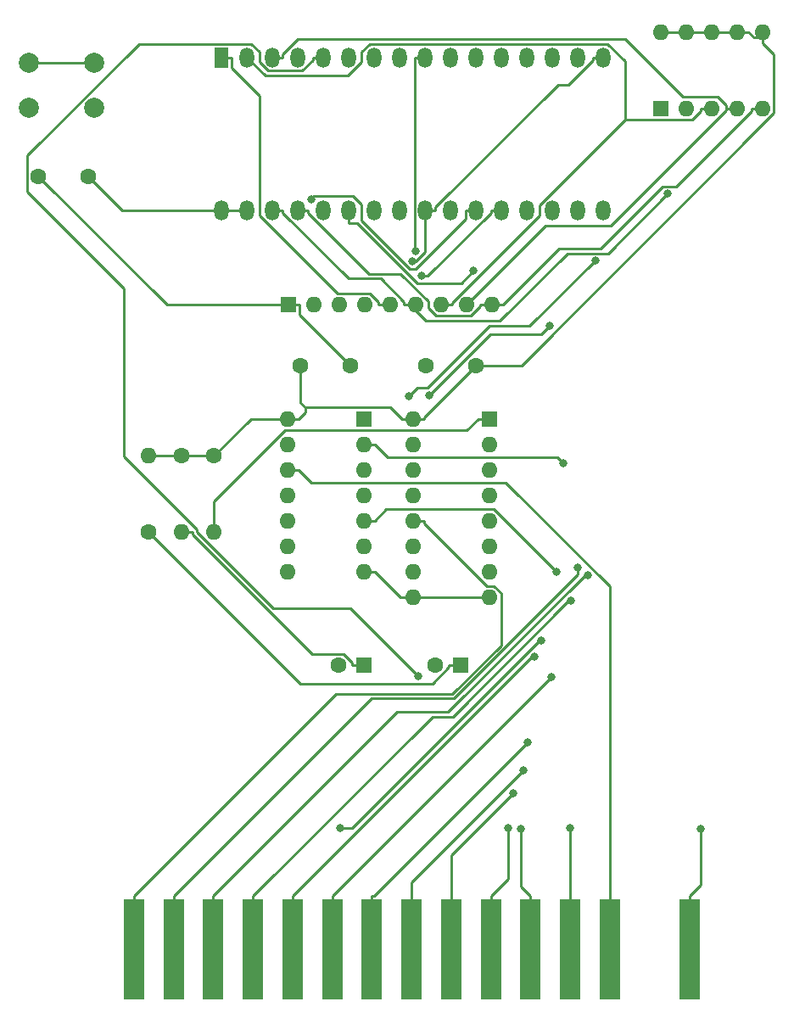
<source format=gbr>
G04 #@! TF.GenerationSoftware,KiCad,Pcbnew,7.0.10*
G04 #@! TF.CreationDate,2024-01-02T22:15:01+01:00*
G04 #@! TF.ProjectId,p2000t-multicartridge-zif,70323030-3074-42d6-9d75-6c7469636172,rev?*
G04 #@! TF.SameCoordinates,Original*
G04 #@! TF.FileFunction,Copper,L2,Bot*
G04 #@! TF.FilePolarity,Positive*
%FSLAX46Y46*%
G04 Gerber Fmt 4.6, Leading zero omitted, Abs format (unit mm)*
G04 Created by KiCad (PCBNEW 7.0.10) date 2024-01-02 22:15:01*
%MOMM*%
%LPD*%
G01*
G04 APERTURE LIST*
G04 #@! TA.AperFunction,ComponentPad*
%ADD10C,2.000000*%
G04 #@! TD*
G04 #@! TA.AperFunction,ComponentPad*
%ADD11R,1.600000X1.600000*%
G04 #@! TD*
G04 #@! TA.AperFunction,ComponentPad*
%ADD12O,1.600000X1.600000*%
G04 #@! TD*
G04 #@! TA.AperFunction,ComponentPad*
%ADD13C,1.600000*%
G04 #@! TD*
G04 #@! TA.AperFunction,SMDPad,CuDef*
%ADD14R,2.000000X10.000000*%
G04 #@! TD*
G04 #@! TA.AperFunction,ComponentPad*
%ADD15R,1.440000X2.000000*%
G04 #@! TD*
G04 #@! TA.AperFunction,ComponentPad*
%ADD16O,1.440000X2.000000*%
G04 #@! TD*
G04 #@! TA.AperFunction,ViaPad*
%ADD17C,0.800000*%
G04 #@! TD*
G04 #@! TA.AperFunction,Conductor*
%ADD18C,0.250000*%
G04 #@! TD*
G04 APERTURE END LIST*
D10*
X44997000Y-50695000D03*
X51497000Y-50695000D03*
X44997000Y-55195000D03*
X51497000Y-55195000D03*
D11*
X108077000Y-55245000D03*
D12*
X110617000Y-55245000D03*
X113157000Y-55245000D03*
X115697000Y-55245000D03*
X118237000Y-55245000D03*
X118237000Y-47625000D03*
X115697000Y-47625000D03*
X113157000Y-47625000D03*
X110617000Y-47625000D03*
X108077000Y-47625000D03*
D11*
X78421000Y-86237000D03*
D12*
X78421000Y-88777000D03*
X78421000Y-91317000D03*
X78421000Y-93857000D03*
X78421000Y-96397000D03*
X78421000Y-98937000D03*
X78421000Y-101477000D03*
X70801000Y-101477000D03*
X70801000Y-98937000D03*
X70801000Y-96397000D03*
X70801000Y-93857000D03*
X70801000Y-91317000D03*
X70801000Y-88777000D03*
X70801000Y-86237000D03*
D13*
X72071000Y-80903000D03*
X77071000Y-80903000D03*
X50947000Y-62045000D03*
X45947000Y-62045000D03*
D11*
X90947000Y-86245000D03*
D12*
X90947000Y-88785000D03*
X90947000Y-91325000D03*
X90947000Y-93865000D03*
X90947000Y-96405000D03*
X90947000Y-98945000D03*
X90947000Y-101485000D03*
X90947000Y-104025000D03*
X83327000Y-104025000D03*
X83327000Y-101485000D03*
X83327000Y-98945000D03*
X83327000Y-96405000D03*
X83327000Y-93865000D03*
X83327000Y-91325000D03*
X83327000Y-88785000D03*
X83327000Y-86245000D03*
D11*
X78397000Y-110845000D03*
D13*
X75897000Y-110845000D03*
X89597000Y-80945000D03*
X84597000Y-80945000D03*
X63447000Y-89935000D03*
D12*
X63447000Y-97555000D03*
D13*
X60197000Y-89935000D03*
D12*
X60197000Y-97555000D03*
D13*
X56897000Y-97525000D03*
D12*
X56897000Y-89905000D03*
D14*
X55465000Y-139192000D03*
X59425000Y-139192000D03*
X63385000Y-139192000D03*
X67345000Y-139192000D03*
X71305000Y-139192000D03*
X75265000Y-139192000D03*
X79225000Y-139192000D03*
X83185000Y-139192000D03*
X87145000Y-139192000D03*
X91105000Y-139192000D03*
X95065000Y-139192000D03*
X99025000Y-139192000D03*
X102985000Y-139192000D03*
X110905000Y-139192000D03*
D11*
X88043000Y-110803000D03*
D13*
X85543000Y-110803000D03*
D11*
X70872000Y-74845000D03*
D12*
X73412000Y-74845000D03*
X75952000Y-74845000D03*
X78492000Y-74845000D03*
X81032000Y-74845000D03*
X83572000Y-74845000D03*
X86112000Y-74845000D03*
X88652000Y-74845000D03*
X91192000Y-74845000D03*
D15*
X64207000Y-50152500D03*
D16*
X66747000Y-50152500D03*
X69287000Y-50152500D03*
X71827000Y-50152500D03*
X74367000Y-50152500D03*
X76907000Y-50152500D03*
X79447000Y-50152500D03*
X81987000Y-50152500D03*
X84527000Y-50152500D03*
X87067000Y-50152500D03*
X89607000Y-50152500D03*
X92147000Y-50152500D03*
X94687000Y-50152500D03*
X97227000Y-50152500D03*
X99767000Y-50152500D03*
X102307000Y-50152500D03*
X102307000Y-65392500D03*
X99767000Y-65392500D03*
X97227000Y-65392500D03*
X94687000Y-65392500D03*
X92147000Y-65392500D03*
X89607000Y-65392500D03*
X87067000Y-65392500D03*
X84527000Y-65392500D03*
X81987000Y-65392500D03*
X79447000Y-65392500D03*
X76907000Y-65392500D03*
X74367000Y-65392500D03*
X71827000Y-65392500D03*
X69287000Y-65392500D03*
X66747000Y-65392500D03*
X64207000Y-65392500D03*
D17*
X73173600Y-64290300D03*
X108750200Y-63771800D03*
X98994900Y-127099100D03*
X98357900Y-90661700D03*
X97617000Y-101482600D03*
X99781000Y-101106200D03*
X100784500Y-101813900D03*
X99107100Y-104411800D03*
X95452900Y-109944000D03*
X97148900Y-111982800D03*
X94804900Y-118551000D03*
X94344700Y-121316100D03*
X93297100Y-123584400D03*
X89392400Y-71474600D03*
X92862600Y-127089200D03*
X94100700Y-127117400D03*
X83871200Y-111948800D03*
X83559200Y-69504400D03*
X96157600Y-108320700D03*
X76081100Y-127082400D03*
X84174500Y-71982900D03*
X96998600Y-76909700D03*
X84930700Y-83921900D03*
X101514500Y-70437900D03*
X82926900Y-83971200D03*
X112040000Y-127126500D03*
X83281300Y-70504800D03*
D18*
X88696400Y-87370300D02*
X89821700Y-86245000D01*
X70586600Y-87370300D02*
X88696400Y-87370300D01*
X63447000Y-94509900D02*
X70586600Y-87370300D01*
X63447000Y-97555000D02*
X63447000Y-94509900D01*
X90947000Y-86245000D02*
X89821700Y-86245000D01*
X88043000Y-110803000D02*
X86917700Y-110803000D01*
X86917700Y-111019800D02*
X86917700Y-110803000D01*
X85263400Y-112674100D02*
X86917700Y-111019800D01*
X72046100Y-112674100D02*
X85263400Y-112674100D01*
X56897000Y-97525000D02*
X72046100Y-112674100D01*
X60197000Y-97555000D02*
X61322300Y-97555000D01*
X78397000Y-110845000D02*
X77271700Y-110845000D01*
X77271700Y-110563600D02*
X77271700Y-110845000D01*
X76427800Y-109719700D02*
X77271700Y-110563600D01*
X73248200Y-109719700D02*
X76427800Y-109719700D01*
X61322300Y-97793800D02*
X73248200Y-109719700D01*
X61322300Y-97555000D02*
X61322300Y-97793800D01*
X55465000Y-139192000D02*
X55465000Y-133866700D01*
X83327000Y-96405000D02*
X84452300Y-96405000D01*
X75645300Y-113686400D02*
X55465000Y-133866700D01*
X87246200Y-113686400D02*
X75645300Y-113686400D01*
X92106200Y-108826400D02*
X87246200Y-113686400D01*
X92106200Y-103582900D02*
X92106200Y-108826400D01*
X91422900Y-102899600D02*
X92106200Y-103582900D01*
X90665600Y-102899600D02*
X91422900Y-102899600D01*
X84452300Y-96686300D02*
X90665600Y-102899600D01*
X84452300Y-96405000D02*
X84452300Y-96686300D01*
X73444700Y-64019200D02*
X73173600Y-64290300D01*
X77345400Y-64019200D02*
X73444700Y-64019200D01*
X78177000Y-64850800D02*
X77345400Y-64019200D01*
X78177000Y-66427900D02*
X78177000Y-64850800D01*
X82981700Y-71232600D02*
X78177000Y-66427900D01*
X83582800Y-71232600D02*
X82981700Y-71232600D01*
X88561700Y-66253700D02*
X83582800Y-71232600D01*
X88561700Y-65392500D02*
X88561700Y-66253700D01*
X89607000Y-65392500D02*
X88561700Y-65392500D01*
X79906700Y-74563600D02*
X79906700Y-74845000D01*
X79062800Y-73719700D02*
X79906700Y-74563600D01*
X75813700Y-73719700D02*
X79062800Y-73719700D01*
X68017000Y-65923000D02*
X75813700Y-73719700D01*
X68017000Y-53962500D02*
X68017000Y-65923000D01*
X65252300Y-51197800D02*
X68017000Y-53962500D01*
X65252300Y-50152500D02*
X65252300Y-51197800D01*
X81032000Y-74845000D02*
X79906700Y-74845000D01*
X64207000Y-50152500D02*
X65252300Y-50152500D01*
X69287000Y-65392500D02*
X70332300Y-65392500D01*
X70332300Y-65686500D02*
X70332300Y-65392500D01*
X76876900Y-72231100D02*
X70332300Y-65686500D01*
X80114200Y-72231100D02*
X76876900Y-72231100D01*
X82446700Y-74563600D02*
X80114200Y-72231100D01*
X82446700Y-74845000D02*
X82446700Y-74563600D01*
X83572000Y-74845000D02*
X83009400Y-74845000D01*
X83009400Y-74845000D02*
X82446700Y-74845000D01*
X102809400Y-69712600D02*
X108750200Y-63771800D01*
X98723500Y-69712600D02*
X102809400Y-69712600D01*
X91976800Y-76459300D02*
X98723500Y-69712600D01*
X84623700Y-76459300D02*
X91976800Y-76459300D01*
X83009400Y-74845000D02*
X84623700Y-76459300D01*
X86112000Y-74845000D02*
X87237300Y-74845000D01*
X113157000Y-55245000D02*
X112031700Y-55245000D01*
X112031700Y-55526400D02*
X112031700Y-55245000D01*
X111187800Y-56370300D02*
X112031700Y-55526400D01*
X104486700Y-56370300D02*
X111187800Y-56370300D01*
X104486700Y-50545300D02*
X104486700Y-56370300D01*
X102745900Y-48804500D02*
X104486700Y-50545300D01*
X78996500Y-48804500D02*
X102745900Y-48804500D01*
X78177000Y-49624000D02*
X78996500Y-48804500D01*
X78177000Y-50648800D02*
X78177000Y-49624000D01*
X76829500Y-51996300D02*
X78177000Y-50648800D01*
X68590800Y-51996300D02*
X76829500Y-51996300D01*
X66747000Y-50152500D02*
X68590800Y-51996300D01*
X95957000Y-64900000D02*
X104486700Y-56370300D01*
X95957000Y-65935900D02*
X95957000Y-64900000D01*
X87237300Y-74655600D02*
X95957000Y-65935900D01*
X87237300Y-74845000D02*
X87237300Y-74655600D01*
X114571700Y-54963600D02*
X114571700Y-55245000D01*
X113727800Y-54119700D02*
X114571700Y-54963600D01*
X110306400Y-54119700D02*
X113727800Y-54119700D01*
X104537900Y-48351200D02*
X110306400Y-54119700D01*
X71839600Y-48351200D02*
X104537900Y-48351200D01*
X70332300Y-49858500D02*
X71839600Y-48351200D01*
X70332300Y-50152500D02*
X70332300Y-49858500D01*
X69287000Y-50152500D02*
X70332300Y-50152500D01*
X115697000Y-55245000D02*
X114571700Y-55245000D01*
X114571700Y-55421900D02*
X114571700Y-55245000D01*
X103060900Y-66932700D02*
X114571700Y-55421900D01*
X96564300Y-66932700D02*
X103060900Y-66932700D01*
X88652000Y-74845000D02*
X96564300Y-66932700D01*
X118237000Y-55245000D02*
X117111700Y-55245000D01*
X91192000Y-74845000D02*
X92317300Y-74845000D01*
X71827000Y-65392500D02*
X72872300Y-65392500D01*
X91192000Y-74845000D02*
X90066700Y-74845000D01*
X90066700Y-75037800D02*
X90066700Y-74845000D01*
X89134200Y-75970300D02*
X90066700Y-75037800D01*
X85604300Y-75970300D02*
X89134200Y-75970300D01*
X84842000Y-75208000D02*
X85604300Y-75970300D01*
X84842000Y-74517400D02*
X84842000Y-75208000D01*
X82088300Y-71763700D02*
X84842000Y-74517400D01*
X78949500Y-71763700D02*
X82088300Y-71763700D01*
X72872300Y-65686500D02*
X78949500Y-71763700D01*
X72872300Y-65392500D02*
X72872300Y-65686500D01*
X117111700Y-55526300D02*
X117111700Y-55245000D01*
X109591500Y-63046500D02*
X117111700Y-55526300D01*
X108252200Y-63046500D02*
X109591500Y-63046500D01*
X102036400Y-69262300D02*
X108252200Y-63046500D01*
X97900000Y-69262300D02*
X102036400Y-69262300D01*
X92317300Y-74845000D02*
X97900000Y-69262300D01*
X99025000Y-139192000D02*
X99025000Y-133866700D01*
X98994900Y-133836600D02*
X98994900Y-127099100D01*
X99025000Y-133866700D02*
X98994900Y-133836600D01*
X78421000Y-88777000D02*
X79546300Y-88777000D01*
X97751200Y-90055000D02*
X98357900Y-90661700D01*
X80824300Y-90055000D02*
X97751200Y-90055000D01*
X79546300Y-88777000D02*
X80824300Y-90055000D01*
X78421000Y-96397000D02*
X79546300Y-96397000D01*
X91406100Y-95271700D02*
X97617000Y-101482600D01*
X80671600Y-95271700D02*
X91406100Y-95271700D01*
X79546300Y-96397000D02*
X80671600Y-95271700D01*
X70801000Y-91317000D02*
X71926300Y-91317000D01*
X73196300Y-92587000D02*
X71926300Y-91317000D01*
X92592600Y-92587000D02*
X73196300Y-92587000D01*
X102985000Y-102979400D02*
X92592600Y-92587000D01*
X102985000Y-139192000D02*
X102985000Y-102979400D01*
X79154900Y-114136800D02*
X59425000Y-133866700D01*
X87432700Y-114136800D02*
X79154900Y-114136800D01*
X99781000Y-101788500D02*
X87432700Y-114136800D01*
X99781000Y-101106200D02*
X99781000Y-101788500D01*
X59425000Y-139192000D02*
X59425000Y-133866700D01*
X63385000Y-139192000D02*
X63385000Y-133866700D01*
X100521800Y-101813900D02*
X100784500Y-101813900D01*
X86848300Y-115487400D02*
X100521800Y-101813900D01*
X81764300Y-115487400D02*
X86848300Y-115487400D01*
X63385000Y-133866700D02*
X81764300Y-115487400D01*
X67345000Y-139192000D02*
X67345000Y-133866700D01*
X98823900Y-104411800D02*
X99107100Y-104411800D01*
X87298000Y-115937700D02*
X98823900Y-104411800D01*
X85274000Y-115937700D02*
X87298000Y-115937700D01*
X67345000Y-133866700D02*
X85274000Y-115937700D01*
X71305000Y-139192000D02*
X71305000Y-133866700D01*
X95227700Y-109944000D02*
X95452900Y-109944000D01*
X71305000Y-133866700D02*
X95227700Y-109944000D01*
X75265000Y-139192000D02*
X75265000Y-133866700D01*
X75265000Y-133866700D02*
X97148900Y-111982800D01*
X79489200Y-133866700D02*
X94804900Y-118551000D01*
X79225000Y-133866700D02*
X79489200Y-133866700D01*
X79225000Y-139192000D02*
X79225000Y-133866700D01*
X83185000Y-132475800D02*
X94344700Y-121316100D01*
X83185000Y-139192000D02*
X83185000Y-132475800D01*
X87145000Y-129736500D02*
X87145000Y-139192000D01*
X93297100Y-123584400D02*
X87145000Y-129736500D01*
X88141000Y-72726000D02*
X89392400Y-71474600D01*
X83764900Y-72726000D02*
X88141000Y-72726000D01*
X77756700Y-66717800D02*
X83764900Y-72726000D01*
X76907000Y-66717800D02*
X77756700Y-66717800D01*
X91105000Y-139192000D02*
X91105000Y-133866700D01*
X76907000Y-65392500D02*
X76907000Y-66717800D01*
X92862600Y-132109100D02*
X92862600Y-127089200D01*
X91105000Y-133866700D02*
X92862600Y-132109100D01*
X95065000Y-139192000D02*
X95065000Y-133866700D01*
X94100700Y-132902400D02*
X94100700Y-127117400D01*
X95065000Y-133866700D02*
X94100700Y-132902400D01*
X77072800Y-105150400D02*
X83871200Y-111948800D01*
X69395900Y-105150400D02*
X77072800Y-105150400D01*
X61772700Y-97527200D02*
X69395900Y-105150400D01*
X61772700Y-97286900D02*
X61772700Y-97527200D01*
X54506500Y-90020700D02*
X61772700Y-97286900D01*
X54506500Y-73261200D02*
X54506500Y-90020700D01*
X44799700Y-63554400D02*
X54506500Y-73261200D01*
X44799700Y-59957700D02*
X44799700Y-63554400D01*
X55952500Y-48804900D02*
X44799700Y-59957700D01*
X67200400Y-48804900D02*
X55952500Y-48804900D01*
X68017000Y-49621500D02*
X67200400Y-48804900D01*
X68017000Y-50643100D02*
X68017000Y-49621500D01*
X68852800Y-51478900D02*
X68017000Y-50643100D01*
X72289300Y-51478900D02*
X68852800Y-51478900D01*
X73321700Y-50446500D02*
X72289300Y-51478900D01*
X73321700Y-50152500D02*
X73321700Y-50446500D01*
X74367000Y-50152500D02*
X73321700Y-50152500D01*
X84527000Y-50152500D02*
X83481700Y-50152500D01*
X83481700Y-69426900D02*
X83559200Y-69504400D01*
X83481700Y-50152500D02*
X83481700Y-69426900D01*
X77214800Y-127082400D02*
X76081100Y-127082400D01*
X95976500Y-108320700D02*
X77214800Y-127082400D01*
X96157600Y-108320700D02*
X95976500Y-108320700D01*
X92147000Y-65392500D02*
X91101700Y-65392500D01*
X84805300Y-71982900D02*
X84174500Y-71982900D01*
X91101700Y-65686500D02*
X84805300Y-71982900D01*
X91101700Y-65392500D02*
X91101700Y-65686500D01*
X96098000Y-77810300D02*
X96998600Y-76909700D01*
X91042300Y-77810300D02*
X96098000Y-77810300D01*
X84930700Y-83921900D02*
X91042300Y-77810300D01*
X83752800Y-83145300D02*
X82926900Y-83971200D01*
X84754700Y-83145300D02*
X83752800Y-83145300D01*
X90924500Y-76975500D02*
X84754700Y-83145300D01*
X94976900Y-76975500D02*
X90924500Y-76975500D01*
X101514500Y-70437900D02*
X94976900Y-76975500D01*
X66747000Y-65392500D02*
X64207000Y-65392500D01*
X54294500Y-65392500D02*
X50947000Y-62045000D01*
X64207000Y-65392500D02*
X54294500Y-65392500D01*
X67145000Y-86237000D02*
X70801000Y-86237000D01*
X63447000Y-89935000D02*
X67145000Y-86237000D01*
X70801000Y-86237000D02*
X71926300Y-86237000D01*
X108077000Y-47625000D02*
X110617000Y-47625000D01*
X110617000Y-47625000D02*
X113157000Y-47625000D01*
X113157000Y-47625000D02*
X115697000Y-47625000D01*
X63447000Y-89935000D02*
X60197000Y-89935000D01*
X58052300Y-89935000D02*
X58022300Y-89905000D01*
X60197000Y-89935000D02*
X58052300Y-89935000D01*
X56897000Y-89905000D02*
X58022300Y-89905000D01*
X118237000Y-47625000D02*
X118237000Y-48187600D01*
X118237000Y-48187600D02*
X118237000Y-48750300D01*
X117384900Y-48187600D02*
X116822300Y-47625000D01*
X118237000Y-48187600D02*
X117384900Y-48187600D01*
X115697000Y-47625000D02*
X116822300Y-47625000D01*
X94153500Y-80945000D02*
X89597000Y-80945000D01*
X119362300Y-55736200D02*
X94153500Y-80945000D01*
X119362300Y-49875600D02*
X119362300Y-55736200D01*
X118237000Y-48750300D02*
X119362300Y-49875600D01*
X84452300Y-86089700D02*
X89597000Y-80945000D01*
X84452300Y-86245000D02*
X84452300Y-86089700D01*
X83327000Y-86245000D02*
X84452300Y-86245000D01*
X83327000Y-86245000D02*
X82201700Y-86245000D01*
X81068400Y-85111700D02*
X82201700Y-86245000D01*
X72561300Y-85111700D02*
X81068400Y-85111700D01*
X72071000Y-84621400D02*
X72561300Y-85111700D01*
X72071000Y-80903000D02*
X72071000Y-84621400D01*
X72561300Y-85602000D02*
X71926300Y-86237000D01*
X72561300Y-85111700D02*
X72561300Y-85602000D01*
X102307000Y-50152500D02*
X101261700Y-50152500D01*
X84527000Y-65392500D02*
X85572300Y-65392500D01*
X71997300Y-75829300D02*
X77071000Y-80903000D01*
X71997300Y-74845000D02*
X71997300Y-75829300D01*
X70872000Y-74845000D02*
X71997300Y-74845000D01*
X112040000Y-132731700D02*
X112040000Y-127126500D01*
X110905000Y-133866700D02*
X112040000Y-132731700D01*
X110905000Y-139192000D02*
X110905000Y-133866700D01*
X82094300Y-104025000D02*
X79546300Y-101477000D01*
X83327000Y-104025000D02*
X82094300Y-104025000D01*
X78421000Y-101477000D02*
X79546300Y-101477000D01*
X90947000Y-104025000D02*
X83327000Y-104025000D01*
X51497000Y-50695000D02*
X44997000Y-50695000D01*
X58747000Y-74845000D02*
X70872000Y-74845000D01*
X45947000Y-62045000D02*
X58747000Y-74845000D01*
X84527000Y-65392500D02*
X84527000Y-66717800D01*
X101261700Y-50440000D02*
X101261700Y-50152500D01*
X98838300Y-52863400D02*
X101261700Y-50440000D01*
X97807400Y-52863400D02*
X98838300Y-52863400D01*
X85572300Y-65098500D02*
X97807400Y-52863400D01*
X85572300Y-65392500D02*
X85572300Y-65098500D01*
X84527000Y-69562400D02*
X84527000Y-66717800D01*
X83584600Y-70504800D02*
X84527000Y-69562400D01*
X83281300Y-70504800D02*
X83584600Y-70504800D01*
M02*

</source>
